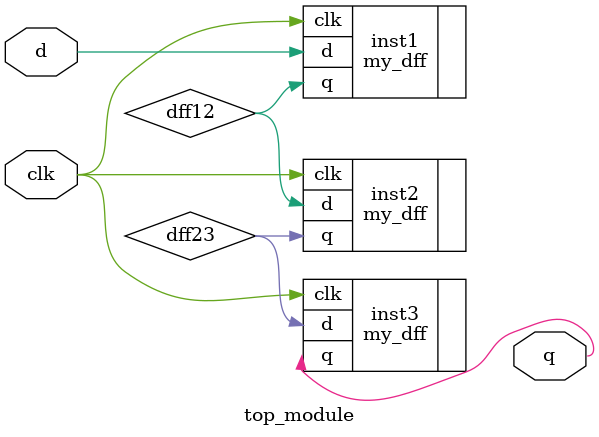
<source format=v>
module top_module ( input clk, input d, output q );

wire dff12;
wire dff23;

my_dff inst1 (
.clk(clk),
.d(d),
.q(dff12)
);

my_dff inst2 (
.clk(clk),
.d(dff12),
.q(dff23)
);

my_dff inst3 (
.clk(clk),
.d(dff23),
.q(q)
);

endmodule

</source>
